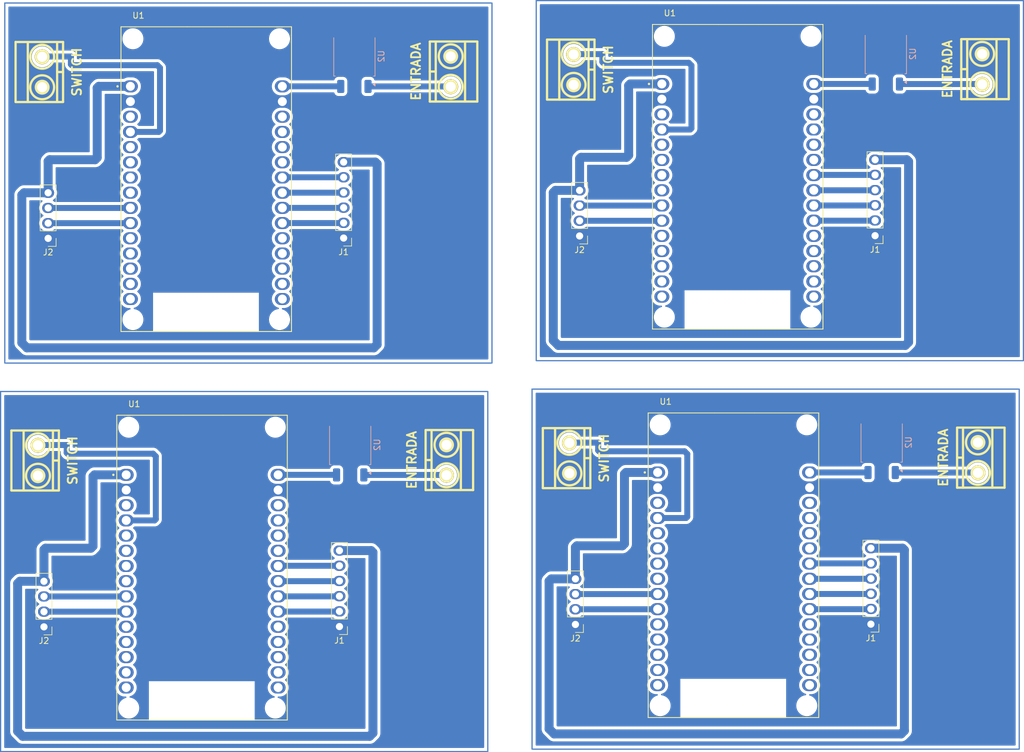
<source format=kicad_pcb>
(kicad_pcb (version 20240108) (generator "pcbnew") (generator_version "8.0")
  (layers (0 "F.Cu" signal) (31 "B.Cu" signal) (34 "B.Paste" user) (35 "F.Paste" user) (36 "B.SilkS" user "B.Silkscreen") (37 "F.SilkS" user "F.Silkscreen") (38 "B.Mask" user) (39 "F.Mask" user) (44 "Edge.Cuts" user))
  (net 0 "")
  (net 1 "IN1")
  (net 2 "IN3")
  (net 3 "IN2")
  (net 4 "IN4")
  (net 5 "GND")
  (net 6 "DT")
  (net 7 "SCK")
  (net 8 "3,3V")
  (net 9 "+9V")
  (net 10 "SW")
  (net 16 "VIN")
  (footprint "ESP32-DEVKIT-V1:MODULE_ESP32_DEVKIT_V1" (layer "F.Cu") (at 62.85 50.45)
    (property "Reference" "U1" (at -11.355 -27.36 0) (layer "F.SilkS"))
    (property "Value" "ESP32-DEVKIT-V1")
    (pad "" np_thru_hole circle (at -12.28 -23.475) (size 3 3) (drill 3) (layers "F&B.Cu" "*.Mask"))
    (pad "" np_thru_hole circle (at -12.28 23.475) (size 3 3) (drill 3) (layers "F&B.Cu" "*.Mask"))
    (pad "" np_thru_hole circle (at 12.23 -23.475) (size 3 3) (drill 3) (layers "F&B.Cu" "*.Mask"))
    (pad "" np_thru_hole circle (at 12.23 23.475) (size 3 3) (drill 3) (layers "F&B.Cu" "*.Mask"))
    (pad "1" thru_hole oval (at -12.7 -15.515) (size 2.5 2) (drill 1.5) (layers "*.Cu" "*.Mask") (net 8 "3,3V"))
    (pad "2" thru_hole oval (at -12.7 -12.975) (size 2.5 2) (drill 1.5) (layers "*.Cu" "*.Mask") (net 5 "GND"))
    (pad "3" thru_hole oval (at -12.7 -10.435) (size 2.5 2) (drill 1.5) (layers "*.Cu" "*.Mask"))
    (pad "4" thru_hole oval (at -12.7 -7.895) (size 2.5 2) (drill 1.5) (layers "*.Cu" "*.Mask") (net 10 "SW"))
    (pad "5" thru_hole oval (at -12.7 -5.355) (size 2.5 2) (drill 1.5) (layers "*.Cu" "*.Mask"))
    (pad "6" thru_hole oval (at -12.7 -2.815) (size 2.5 2) (drill 1.5) (layers "*.Cu" "*.Mask"))
    (pad "7" thru_hole oval (at -12.7 -0.275) (size 2.5 2) (drill 1.5) (layers "*.Cu" "*.Mask"))
    (pad "8" thru_hole oval (at -12.7 2.265) (size 2.5 2) (drill 1.5) (layers "*.Cu" "*.Mask"))
    (pad "9" thru_hole oval (at -12.7 4.805) (size 2.5 2) (drill 1.5) (layers "*.Cu" "*.Mask") (net 7 "SCK"))
    (pad "10" thru_hole oval (at -12.7 7.345) (size 2.5 2) (drill 1.5) (layers "*.Cu" "*.Mask") (net 6 "DT"))
    (pad "11" thru_hole oval (at -12.7 9.885) (size 2.5 2) (drill 1.5) (layers "*.Cu" "*.Mask"))
    (pad "12" thru_hole oval (at -12.7 12.425) (size 2.5 2) (drill 1.5) (layers "*.Cu" "*.Mask"))
    (pad "13" thru_hole oval (at -12.7 14.965) (size 2.5 2) (drill 1.5) (layers "*.Cu" "*.Mask"))
    (pad "14" thru_hole oval (at -12.7 17.505) (size 2.5 2) (drill 1.5) (layers "*.Cu" "*.Mask"))
    (pad "15" thru_hole oval (at -12.7 20.045) (size 2.5 2) (drill 1.5) (layers "*.Cu" "*.Mask"))
    (pad "16" thru_hole oval (at 12.7 20.045) (size 2.5 2) (drill 1.5) (layers "*.Cu" "*.Mask"))
    (pad "17" thru_hole oval (at 12.7 17.505) (size 2.5 2) (drill 1.5) (layers "*.Cu" "*.Mask"))
    (pad "18" thru_hole oval (at 12.7 14.965) (size 2.5 2) (drill 1.5) (layers "*.Cu" "*.Mask"))
    (pad "19" thru_hole oval (at 12.7 12.425) (size 2.5 2) (drill 1.5) (layers "*.Cu" "*.Mask"))
    (pad "20" thru_hole oval (at 12.7 9.885) (size 2.5 2) (drill 1.5) (layers "*.Cu" "*.Mask"))
    (pad "21" thru_hole oval (at 12.7 7.345) (size 2.5 2) (drill 1.5) (layers "*.Cu" "*.Mask") (net 1 "IN1"))
    (pad "22" thru_hole oval (at 12.7 4.805) (size 2.5 2) (drill 1.5) (layers "*.Cu" "*.Mask") (net 3 "IN2"))
    (pad "23" thru_hole oval (at 12.7 2.265) (size 2.5 2) (drill 1.5) (layers "*.Cu" "*.Mask") (net 2 "IN3"))
    (pad "24" thru_hole oval (at 12.7 -0.275) (size 2.5 2) (drill 1.5) (layers "*.Cu" "*.Mask") (net 4 "IN4"))
    (pad "25" thru_hole oval (at 12.7 -2.815) (size 2.5 2) (drill 1.5) (layers "*.Cu" "*.Mask"))
    (pad "26" thru_hole oval (at 12.7 -5.355) (size 2.5 2) (drill 1.5) (layers "*.Cu" "*.Mask"))
    (pad "27" thru_hole oval (at 12.7 -7.895) (size 2.5 2) (drill 1.5) (layers "*.Cu" "*.Mask"))
    (pad "28" thru_hole oval (at 12.7 -10.435) (size 2.5 2) (drill 1.5) (layers "*.Cu" "*.Mask"))
    (pad "29" thru_hole oval (at 12.7 -12.975) (size 2.5 2) (drill 1.5) (layers "*.Cu" "*.Mask") (net 5 "GND"))
    (pad "30" thru_hole oval (at 12.7 -15.515) (size 2.5 2) (drill 1.5) (layers "*.Cu" "*.Mask") (net 16 "VIN"))
    (zone (net 0) (net_name "") (layer "B.Cu") (connect_pads (clearance 0)) (min_thickness 0.01)
      (keepout (tracks not_allowed) (vias not_allowed) (pads not_allowed) (copperpour not_allowed) (footprints allowed))
      (fill (thermal_gap 0.508) (thermal_bridge_width 0.508))
      (polygon (pts (xy 53.94 69.435) (xy 71.63 69.435) (xy 71.63 75.925) (xy 53.94 75.925)))
    )
  )
  (footprint "EESTN5:BORNERA2_AZUL" (layer "F.Cu") (at 192.55 32.06 -90)
    (property "Reference" "J3" (hide yes))
    (property "Value" "ENTRADA" (at 0 5.8 90) (layer "F.SilkS") (effects (font (size 1.5 1.5) (thickness 0.3))))
    (pad "1" thru_hole circle (at -2.54 0 270) (size 2.5 2.5) (drill 1.7) (layers "*.Cu" "*.Mask" "F.SilkS") (net 5 "GND"))
    (pad "2" thru_hole circle (at 2.54 0 270) (size 2.5 2.5) (drill 1.7) (layers "*.Cu" "*.Mask" "F.SilkS") (net 9 "+9V"))
  )
  (footprint "Connector_PinHeader_2.54mm:PinHeader_1x04_P2.54mm_Vertical" (layer "F.Cu") (at 124.55 124.9 180)
    (property "Reference" "J2" (at 0 -2.33 180) (layer "F.SilkS"))
    (property "Value" "HX711")
    (pad "1" thru_hole oval (at 0 0 180) (size 2 1.7) (drill 1.2) (layers "*.Cu" "*.Mask") (net 5 "GND"))
    (pad "2" thru_hole oval (at 0 2.54 180) (size 2 1.7) (drill 1.2) (layers "*.Cu" "*.Mask") (net 6 "DT"))
    (pad "3" thru_hole oval (at 0 5.08 180) (size 2 1.7) (drill 1.2) (layers "*.Cu" "*.Mask") (net 7 "SCK"))
    (pad "4" thru_hole oval (at 0 7.62 180) (size 2 1.7) (drill 1.2) (layers "*.Cu" "*.Mask") (net 8 "3,3V"))
  )
  (footprint "Connector_PinHeader_2.54mm:PinHeader_1x04_P2.54mm_Vertical" (layer "F.Cu") (at 35.7 125.3 180)
    (property "Reference" "J2" (at 0 -2.33 180) (layer "F.SilkS"))
    (property "Value" "HX711")
    (pad "1" thru_hole oval (at 0 0 180) (size 2 1.7) (drill 1.2) (layers "*.Cu" "*.Mask") (net 5 "GND"))
    (pad "2" thru_hole oval (at 0 2.54 180) (size 2 1.7) (drill 1.2) (layers "*.Cu" "*.Mask") (net 6 "DT"))
    (pad "3" thru_hole oval (at 0 5.08 180) (size 2 1.7) (drill 1.2) (layers "*.Cu" "*.Mask") (net 7 "SCK"))
    (pad "4" thru_hole oval (at 0 7.62 180) (size 2 1.7) (drill 1.2) (layers "*.Cu" "*.Mask") (net 8 "3,3V"))
  )
  (footprint "ESP32-DEVKIT-V1:MODULE_ESP32_DEVKIT_V1" (layer "F.Cu") (at 62.15 115.4)
    (property "Reference" "U1" (at -11.355 -27.36 0) (layer "F.SilkS"))
    (property "Value" "ESP32-DEVKIT-V1")
    (pad "" np_thru_hole circle (at -12.28 -23.475) (size 3 3) (drill 3) (layers "F&B.Cu" "*.Mask"))
    (pad "" np_thru_hole circle (at -12.28 23.475) (size 3 3) (drill 3) (layers "F&B.Cu" "*.Mask"))
    (pad "" np_thru_hole circle (at 12.23 -23.475) (size 3 3) (drill 3) (layers "F&B.Cu" "*.Mask"))
    (pad "" np_thru_hole circle (at 12.23 23.475) (size 3 3) (drill 3) (layers "F&B.Cu" "*.Mask"))
    (pad "1" thru_hole oval (at -12.7 -15.515) (size 2.5 2) (drill 1.5) (layers "*.Cu" "*.Mask") (net 8 "3,3V"))
    (pad "2" thru_hole oval (at -12.7 -12.975) (size 2.5 2) (drill 1.5) (layers "*.Cu" "*.Mask") (net 5 "GND"))
    (pad "3" thru_hole oval (at -12.7 -10.435) (size 2.5 2) (drill 1.5) (layers "*.Cu" "*.Mask"))
    (pad "4" thru_hole oval (at -12.7 -7.895) (size 2.5 2) (drill 1.5) (layers "*.Cu" "*.Mask") (net 10 "SW"))
    (pad "5" thru_hole oval (at -12.7 -5.355) (size 2.5 2) (drill 1.5) (layers "*.Cu" "*.Mask"))
    (pad "6" thru_hole oval (at -12.7 -2.815) (size 2.5 2) (drill 1.5) (layers "*.Cu" "*.Mask"))
    (pad "7" thru_hole oval (at -12.7 -0.275) (size 2.5 2) (drill 1.5) (layers "*.Cu" "*.Mask"))
    (pad "8" thru_hole oval (at -12.7 2.265) (size 2.5 2) (drill 1.5) (layers "*.Cu" "*.Mask"))
    (pad "9" thru_hole oval (at -12.7 4.805) (size 2.5 2) (drill 1.5) (layers "*.Cu" "*.Mask") (net 7 "SCK"))
    (pad "10" thru_hole oval (at -12.7 7.345) (size 2.5 2) (drill 1.5) (layers "*.Cu" "*.Mask") (net 6 "DT"))
    (pad "11" thru_hole oval (at -12.7 9.885) (size 2.5 2) (drill 1.5) (layers "*.Cu" "*.Mask"))
    (pad "12" thru_hole oval (at -12.7 12.425) (size 2.5 2) (drill 1.5) (layers "*.Cu" "*.Mask"))
    (pad "13" thru_hole oval (at -12.7 14.965) (size 2.5 2) (drill 1.5) (layers "*.Cu" "*.Mask"))
    (pad "14" thru_hole oval (at -12.7 17.505) (size 2.5 2) (drill 1.5) (layers "*.Cu" "*.Mask"))
    (pad "15" thru_hole oval (at -12.7 20.045) (size 2.5 2) (drill 1.5) (layers "*.Cu" "*.Mask"))
    (pad "16" thru_hole oval (at 12.7 20.045) (size 2.5 2) (drill 1.5) (layers "*.Cu" "*.Mask"))
    (pad "17" thru_hole oval (at 12.7 17.505) (size 2.5 2) (drill 1.5) (layers "*.Cu" "*.Mask"))
    (pad "18" thru_hole oval (at 12.7 14.965) (size 2.5 2) (drill 1.5) (layers "*.Cu" "*.Mask"))
    (pad "19" thru_hole oval (at 12.7 12.425) (size 2.5 2) (drill 1.5) (layers "*.Cu" "*.Mask"))
    (pad "20" thru_hole oval (at 12.7 9.885) (size 2.5 2) (drill 1.5) (layers "*.Cu" "*.Mask"))
    (pad "21" thru_hole oval (at 12.7 7.345) (size 2.5 2) (drill 1.5) (layers "*.Cu" "*.Mask") (net 1 "IN1"))
    (pad "22" thru_hole oval (at 12.7 4.805) (size 2.5 2) (drill 1.5) (layers "*.Cu" "*.Mask") (net 3 "IN2"))
    (pad "23" thru_hole oval (at 12.7 2.265) (size 2.5 2) (drill 1.5) (layers "*.Cu" "*.Mask") (net 2 "IN3"))
    (pad "24" thru_hole oval (at 12.7 -0.275) (size 2.5 2) (drill 1.5) (layers "*.Cu" "*.Mask") (net 4 "IN4"))
    (pad "25" thru_hole oval (at 12.7 -2.815) (size 2.5 2) (drill 1.5) (layers "*.Cu" "*.Mask"))
    (pad "26" thru_hole oval (at 12.7 -5.355) (size 2.5 2) (drill 1.5) (layers "*.Cu" "*.Mask"))
    (pad "27" thru_hole oval (at 12.7 -7.895) (size 2.5 2) (drill 1.5) (layers "*.Cu" "*.Mask"))
    (pad "28" thru_hole oval (at 12.7 -10.435) (size 2.5 2) (drill 1.5) (layers "*.Cu" "*.Mask"))
    (pad "29" thru_hole oval (at 12.7 -12.975) (size 2.5 2) (drill 1.5) (layers "*.Cu" "*.Mask") (net 5 "GND"))
    (pad "30" thru_hole oval (at 12.7 -15.515) (size 2.5 2) (drill 1.5) (layers "*.Cu" "*.Mask") (net 16 "VIN"))
    (zone (net 0) (net_name "") (layer "B.Cu") (connect_pads (clearance 0)) (min_thickness 0.01)
      (keepout (tracks not_allowed) (vias not_allowed) (pads not_allowed) (copperpour not_allowed) (footprints allowed))
      (fill (thermal_gap 0.508) (thermal_bridge_width 0.508))
      (polygon (pts (xy 53.24 134.385) (xy 70.93 134.385) (xy 70.93 140.875) (xy 53.24 140.875)))
    )
  )
  (footprint "ESP32-DEVKIT-V1:MODULE_ESP32_DEVKIT_V1" (layer "F.Cu") (at 151.7 50.05)
    (property "Reference" "U1" (at -11.355 -27.36 0) (layer "F.SilkS"))
    (property "Value" "ESP32-DEVKIT-V1")
    (pad "" np_thru_hole circle (at -12.28 -23.475) (size 3 3) (drill 3) (layers "F&B.Cu" "*.Mask"))
    (pad "" np_thru_hole circle (at -12.28 23.475) (size 3 3) (drill 3) (layers "F&B.Cu" "*.Mask"))
    (pad "" np_thru_hole circle (at 12.23 -23.475) (size 3 3) (drill 3) (layers "F&B.Cu" "*.Mask"))
    (pad "" np_thru_hole circle (at 12.23 23.475) (size 3 3) (drill 3) (layers "F&B.Cu" "*.Mask"))
    (pad "1" thru_hole oval (at -12.7 -15.515) (size 2.5 2) (drill 1.5) (layers "*.Cu" "*.Mask") (net 8 "3,3V"))
    (pad "2" thru_hole oval (at -12.7 -12.975) (size 2.5 2) (drill 1.5) (layers "*.Cu" "*.Mask") (net 5 "GND"))
    (pad "3" thru_hole oval (at -12.7 -10.435) (size 2.5 2) (drill 1.5) (layers "*.Cu" "*.Mask"))
    (pad "4" thru_hole oval (at -12.7 -7.895) (size 2.5 2) (drill 1.5) (layers "*.Cu" "*.Mask") (net 10 "SW"))
    (pad "5" thru_hole oval (at -12.7 -5.355) (size 2.5 2) (drill 1.5) (layers "*.Cu" "*.Mask"))
    (pad "6" thru_hole oval (at -12.7 -2.815) (size 2.5 2) (drill 1.5) (layers "*.Cu" "*.Mask"))
    (pad "7" thru_hole oval (at -12.7 -0.275) (size 2.5 2) (drill 1.5) (layers "*.Cu" "*.Mask"))
    (pad "8" thru_hole oval (at -12.7 2.265) (size 2.5 2) (drill 1.5) (layers "*.Cu" "*.Mask"))
    (pad "9" thru_hole oval (at -12.7 4.805) (size 2.5 2) (drill 1.5) (layers "*.Cu" "*.Mask") (net 7 "SCK"))
    (pad "10" thru_hole oval (at -12.7 7.345) (size 2.5 2) (drill 1.5) (layers "*.Cu" "*.Mask") (net 6 "DT"))
    (pad "11" thru_hole oval (at -12.7 9.885) (size 2.5 2) (drill 1.5) (layers "*.Cu" "*.Mask"))
    (pad "12" thru_hole oval (at -12.7 12.425) (size 2.5 2) (drill 1.5) (layers "*.Cu" "*.Mask"))
    (pad "13" thru_hole oval (at -12.7 14.965) (size 2.5 2) (drill 1.5) (layers "*.Cu" "*.Mask"))
    (pad "14" thru_hole oval (at -12.7 17.505) (size 2.5 2) (drill 1.5) (layers "*.Cu" "*.Mask"))
    (pad "15" thru_hole oval (at -12.7 20.045) (size 2.5 2) (drill 1.5) (layers "*.Cu" "*.Mask"))
    (pad "16" thru_hole oval (at 12.7 20.045) (size 2.5 2) (drill 1.5) (layers "*.Cu" "*.Mask"))
    (pad "17" thru_hole oval (at 12.7 17.505) (size 2.5 2) (drill 1.5) (layers "*.Cu" "*.Mask"))
    (pad "18" thru_hole oval (at 12.7 14.965) (size 2.5 2) (drill 1.5) (layers "*.Cu" "*.Mask"))
    (pad "19" thru_hole oval (at 12.7 12.425) (size 2.5 2) (drill 1.5) (layers "*.Cu" "*.Mask"))
    (pad "20" thru_hole oval (at 12.7 9.885) (size 2.5 2) (drill 1.5) (layers "*.Cu" "*.Mask"))
    (pad "21" thru_hole oval (at 12.7 7.345) (size 2.5 2) (drill 1.5) (layers "*.Cu" "*.Mask") (net 1 "IN1"))
    (pad "22" thru_hole oval (at 12.7 4.805) (size 2.5 2) (drill 1.5) (layers "*.Cu" "*.Mask") (net 3 "IN2"))
    (pad "23" thru_hole oval (at 12.7 2.265) (size 2.5 2) (drill 1.5) (layers "*.Cu" "*.Mask") (net 2 "IN3"))
    (pad "24" thru_hole oval (at 12.7 -0.275) (size 2.5 2) (drill 1.5) (layers "*.Cu" "*.Mask") (net 4 "IN4"))
    (pad "25" thru_hole oval (at 12.7 -2.815) (size 2.5 2) (drill 1.5) (layers "*.Cu" "*.Mask"))
    (pad "26" thru_hole oval (at 12.7 -5.355) (size 2.5 2) (drill 1.5) (layers "*.Cu" "*.Mask"))
    (pad "27" thru_hole oval (at 12.7 -7.895) (size 2.5 2) (drill 1.5) (layers "*.Cu" "*.Mask"))
    (pad "28" thru_hole oval (at 12.7 -10.435) (size 2.5 2) (drill 1.5) (layers "*.Cu" "*.Mask"))
    (pad "29" thru_hole oval (at 12.7 -12.975) (size 2.5 2) (drill 1.5) (layers "*.Cu" "*.Mask") (net 5 "GND"))
    (pad "30" thru_hole oval (at 12.7 -15.515) (size 2.5 2) (drill 1.5) (layers "*.Cu" "*.Mask") (net 16 "VIN"))
    (zone (net 0) (net_name "") (layer "B.Cu") (connect_pads (clearance 0)) (min_thickness 0.01)
      (keepout (tracks not_allowed) (vias not_allowed) (pads not_allowed) (copperpour not_allowed) (footprints allowed))
      (fill (thermal_gap 0.508) (thermal_bridge_width 0.508))
      (polygon (pts (xy 142.79 69.035) (xy 160.48 69.035) (xy 160.48 75.525) (xy 142.79 75.525)))
    )
  )
  (footprint "Connector_PinHeader_2.54mm:PinHeader_1x06_P2.54mm_Vertical" (layer "F.Cu") (at 173.95 124.85 180)
    (property "Reference" "J1" (at 0 -2.33 180) (layer "F.SilkS"))
    (property "Value" "L298N")
    (pad "1" thru_hole oval (at 0 0 180) (size 2 1.7) (drill 1.2) (layers "*.Cu" "*.Mask") (net 5 "GND"))
    (pad "2" thru_hole oval (at 0 2.54 180) (size 2 1.7) (drill 1.2) (layers "*.Cu" "*.Mask") (net 1 "IN1"))
    (pad "3" thru_hole oval (at 0 5.08 180) (size 2 1.7) (drill 1.2) (layers "*.Cu" "*.Mask") (net 3 "IN2"))
    (pad "4" thru_hole oval (at 0 7.62 180) (size 2 1.7) (drill 1.2) (layers "*.Cu" "*.Mask") (net 2 "IN3"))
    (pad "5" thru_hole oval (at 0 10.16 180) (size 2 1.7) (drill 1.2) (layers "*.Cu" "*.Mask") (net 4 "IN4"))
    (pad "6" thru_hole oval (at 0 12.7 180) (size 2 1.7) (drill 1.2) (layers "*.Cu" "*.Mask") (net 8 "3,3V"))
  )
  (footprint "EESTN5:BORNERA2_AZUL" (layer "F.Cu") (at 103 97.41 -90)
    (property "Reference" "J3" (hide yes))
    (property "Value" "ENTRADA" (at 0 5.8 90) (layer "F.SilkS") (effects (font (size 1.5 1.5) (thickness 0.3))))
    (pad "1" thru_hole circle (at -2.54 0 270) (size 2.5 2.5) (drill 1.7) (layers "*.Cu" "*.Mask" "F.SilkS") (net 5 "GND"))
    (pad "2" thru_hole circle (at 2.54 0 270) (size 2.5 2.5) (drill 1.7) (layers "*.Cu" "*.Mask" "F.SilkS") (net 9 "+9V"))
  )
  (footprint "EESTN5:BORNERA2_AZUL" (layer "F.Cu") (at 123.55 97.09 90)
    (property "Reference" "J4" (hide yes))
    (property "Value" "SWITCH" (at 0 5.8 -90) (layer "F.SilkS") (effects (font (size 1.5 1.5) (thickness 0.3))))
    (pad "1" thru_hole circle (at -2.54 0 90) (size 2.5 2.5) (drill 1.7) (layers "*.Cu" "*.Mask" "F.SilkS") (net 5 "GND"))
    (pad "2" thru_hole circle (at 2.54 0 90) (size 2.5 2.5) (drill 1.7) (layers "*.Cu" "*.Mask" "F.SilkS") (net 10 "SW"))
  )
  (footprint "EESTN5:BORNERA2_AZUL" (layer "F.Cu") (at 191.85 97.01 -90)
    (property "Reference" "J3" (hide yes))
    (property "Value" "ENTRADA" (at 0 5.8 90) (layer "F.SilkS") (effects (font (size 1.5 1.5) (thickness 0.3))))
    (pad "1" thru_hole circle (at -2.54 0 270) (size 2.5 2.5) (drill 1.7) (layers "*.Cu" "*.Mask" "F.SilkS") (net 5 "GND"))
    (pad "2" thru_hole circle (at 2.54 0 270) (size 2.5 2.5) (drill 1.7) (layers "*.Cu" "*.Mask" "F.SilkS") (net 9 "+9V"))
  )
  (footprint "EESTN5:BORNERA2_AZUL" (layer "F.Cu") (at 34.7 97.49 90)
    (property "Reference" "J4" (hide yes))
    (property "Value" "SWITCH" (at 0 5.8 -90) (layer "F.SilkS") (effects (font (size 1.5 1.5) (thickness 0.3))))
    (pad "1" thru_hole circle (at -2.54 0 90) (size 2.5 2.5) (drill 1.7) (layers "*.Cu" "*.Mask" "F.SilkS") (net 5 "GND"))
    (pad "2" thru_hole circle (at 2.54 0 90) (size 2.5 2.5) (drill 1.7) (layers "*.Cu" "*.Mask" "F.SilkS") (net 10 "SW"))
  )
  (footprint "Connector_PinHeader_2.54mm:PinHeader_1x06_P2.54mm_Vertical" (layer "F.Cu") (at 85.1 125.25 180)
    (property "Reference" "J1" (at 0 -2.33 180) (layer "F.SilkS"))
    (property "Value" "L298N")
    (pad "1" thru_hole oval (at 0 0 180) (size 2 1.7) (drill 1.2) (layers "*.Cu" "*.Mask") (net 5 "GND"))
    (pad "2" thru_hole oval (at 0 2.54 180) (size 2 1.7) (drill 1.2) (layers "*.Cu" "*.Mask") (net 1 "IN1"))
    (pad "3" thru_hole oval (at 0 5.08 180) (size 2 1.7) (drill 1.2) (layers "*.Cu" "*.Mask") (net 3 "IN2"))
    (pad "4" thru_hole oval (at 0 7.62 180) (size 2 1.7) (drill 1.2) (layers "*.Cu" "*.Mask") (net 2 "IN3"))
    (pad "5" thru_hole oval (at 0 10.16 180) (size 2 1.7) (drill 1.2) (layers "*.Cu" "*.Mask") (net 4 "IN4"))
    (pad "6" thru_hole oval (at 0 12.7 180) (size 2 1.7) (drill 1.2) (layers "*.Cu" "*.Mask") (net 8 "3,3V"))
  )
  (footprint "ESP32-DEVKIT-V1:MODULE_ESP32_DEVKIT_V1" (layer "F.Cu") (at 151 115)
    (property "Reference" "U1" (at -11.355 -27.36 0) (layer "F.SilkS"))
    (property "Value" "ESP32-DEVKIT-V1")
    (pad "" np_thru_hole circle (at -12.28 -23.475) (size 3 3) (drill 3) (layers "F&B.Cu" "*.Mask"))
    (pad "" np_thru_hole circle (at -12.28 23.475) (size 3 3) (drill 3) (layers "F&B.Cu" "*.Mask"))
    (pad "" np_thru_hole circle (at 12.23 -23.475) (size 3 3) (drill 3) (layers "F&B.Cu" "*.Mask"))
    (pad "" np_thru_hole circle (at 12.23 23.475) (size 3 3) (drill 3) (layers "F&B.Cu" "*.Mask"))
    (pad "1" thru_hole oval (at -12.7 -15.515) (size 2.5 2) (drill 1.5) (layers "*.Cu" "*.Mask") (net 8 "3,3V"))
    (pad "2" thru_hole oval (at -12.7 -12.975) (size 2.5 2) (drill 1.5) (layers "*.Cu" "*.Mask") (net 5 "GND"))
    (pad "3" thru_hole oval (at -12.7 -10.435) (size 2.5 2) (drill 1.5) (layers "*.Cu" "*.Mask"))
    (pad "4" thru_hole oval (at -12.7 -7.895) (size 2.5 2) (drill 1.5) (layers "*.Cu" "*.Mask") (net 10 "SW"))
    (pad "5" thru_hole oval (at -12.7 -5.355) (size 2.5 2) (drill 1.5) (layers "*.Cu" "*.Mask"))
    (pad "6" thru_hole oval (at -12.7 -2.815) (size 2.5 2) (drill 1.5) (layers "*.Cu" "*.Mask"))
    (pad "7" thru_hole oval (at -12.7 -0.275) (size 2.5 2) (drill 1.5) (layers "*.Cu" "*.Mask"))
    (pad "8" thru_hole oval (at -12.7 2.265) (size 2.5 2) (drill 1.5) (layers "*.Cu" "*.Mask"))
    (pad "9" thru_hole oval (at -12.7 4.805) (size 2.5 2) (drill 1.5) (layers "*.Cu" "*.Mask") (net 7 "SCK"))
    (pad "10" thru_hole oval (at -12.7 7.345) (size 2.5 2) (drill 1.5) (layers "*.Cu" "*.Mask") (net 6 "DT"))
    (pad "11" thru_hole oval (at -12.7 9.885) (size 2.5 2) (drill 1.5) (layers "*.Cu" "*.Mask"))
    (pad "12" thru_hole oval (at -12.7 12.425) (size 2.5 2) (drill 1.5) (layers "*.Cu" "*.Mask"))
    (pad "13" thru_hole oval (at -12.7 14.965) (size 2.5 2) (drill 1.5) (layers "*.Cu" "*.Mask"))
    (pad "14" thru_hole oval (at -12.7 17.505) (size 2.5 2) (drill 1.5) (layers "*.Cu" "*.Mask"))
    (pad "15" thru_hole oval (at -12.7 20.045) (size 2.5 2) (drill 1.5) (layers "*.Cu" "*.Mask"))
    (pad "16" thru_hole oval (at 12.7 20.045) (size 2.5 2) (drill 1.5) (layers "*.Cu" "*.Mask"))
    (pad "17" thru_hole oval (at 12.7 17.505) (size 2.5 2) (drill 1.5) (layers "*.Cu" "*.Mask"))
    (pad "18" thru_hole oval (at 12.7 14.965) (size 2.5 2) (drill 1.5) (layers "*.Cu" "*.Mask"))
    (pad "19" thru_hole oval (at 12.7 12.425) (size 2.5 2) (drill 1.5) (layers "*.Cu" "*.Mask"))
    (pad "20" thru_hole oval (at 12.7 9.885) (size 2.5 2) (drill 1.5) (layers "*.Cu" "*.Mask"))
    (pad "21" thru_hole oval (at 12.7 7.345) (size 2.5 2) (drill 1.5) (layers "*.Cu" "*.Mask") (net 1 "IN1"))
    (pad "22" thru_hole oval (at 12.7 4.805) (size 2.5 2) (drill 1.5) (layers "*.Cu" "*.Mask") (net 3 "IN2"))
    (pad "23" thru_hole oval (at 12.7 2.265) (size 2.5 2) (drill 1.5) (layers "*.Cu" "*.Mask") (net 2 "IN3"))
    (pad "24" thru_hole oval (at 12.7 -0.275) (size 2.5 2) (drill 1.5) (layers "*.Cu" "*.Mask") (net 4 "IN4"))
    (pad "25" thru_hole oval (at 12.7 -2.815) (size 2.5 2) (drill 1.5) (layers "*.Cu" "*.Mask"))
    (pad "26" thru_hole oval (at 12.7 -5.355) (size 2.5 2) (drill 1.5) (layers "*.Cu" "*.Mask"))
    (pad "27" thru_hole oval (at 12.7 -7.895) (size 2.5 2) (drill 1.5) (layers "*.Cu" "*.Mask"))
    (pad "28" thru_hole oval (at 12.7 -10.435) (size 2.5 2) (drill 1.5) (layers "*.Cu" "*.Mask"))
    (pad "29" thru_hole oval (at 12.7 -12.975) (size 2.5 2) (drill 1.5) (layers "*.Cu" "*.Mask") (net 5 "GND"))
    (pad "30" thru_hole oval (at 12.7 -15.515) (size 2.5 2) (drill 1.5) (layers "*.Cu" "*.Mask") (net 16 "VIN"))
    (zone (net 0) (net_name "") (layer "B.Cu") (connect_pads (clearance 0)) (min_thickness 0.01)
      (keepout (tracks not_allowed) (vias not_allowed) (pads not_allowed) (copperpour not_allowed) (footprints allowed))
      (fill (thermal_gap 0.508) (thermal_bridge_width 0.508))
      (polygon (pts (xy 142.09 133.985) (xy 159.78 133.985) (xy 159.78 140.475) (xy 142.09 140.475)))
    )
  )
  (footprint "EESTN5:BORNERA2_AZUL" (layer "F.Cu") (at 124.25 32.14 90)
    (property "Reference" "J4" (hide yes))
    (property "Value" "SWITCH" (at 0 5.8 -90) (layer "F.SilkS") (effects (font (size 1.5 1.5) (thickness 0.3))))
    (pad "1" thru_hole circle (at -2.54 0 90) (size 2.5 2.5) (drill 1.7) (layers "*.Cu" "*.Mask" "F.SilkS") (net 5 "GND"))
    (pad "2" thru_hole circle (at 2.54 0 90) (size 2.5 2.5) (drill 1.7) (layers "*.Cu" "*.Mask" "F.SilkS") (net 10 "SW"))
  )
  (footprint "EESTN5:BORNERA2_AZUL" (layer "F.Cu") (at 103.7 32.46 -90)
    (property "Reference" "J3" (hide yes))
    (property "Value" "ENTRADA" (at 0 5.8 90) (layer "F.SilkS") (effects (font (size 1.5 1.5) (thickness 0.3))))
    (pad "1" thru_hole circle (at -2.54 0 270) (size 2.5 2.5) (drill 1.7) (layers "*.Cu" "*.Mask" "F.SilkS") (net 5 "GND"))
    (pad "2" thru_hole circle (at 2.54 0 270) (size 2.5 2.5) (drill 1.7) (layers "*.Cu" "*.Mask" "F.SilkS") (net 9 "+9V"))
  )
  (footprint "Connector_PinHeader_2.54mm:PinHeader_1x04_P2.54mm_Vertical" (layer "F.Cu") (at 125.25 59.95 180)
    (property "Reference" "J2" (at 0 -2.33 180) (layer "F.SilkS"))
    (property "Value" "HX711")
    (pad "1" thru_hole oval (at 0 0 180) (size 2 1.7) (drill 1.2) (layers "*.Cu" "*.Mask") (net 5 "GND"))
    (pad "2" thru_hole oval (at 0 2.54 180) (size 2 1.7) (drill 1.2) (layers "*.Cu" "*.Mask") (net 6 "DT"))
    (pad "3" thru_hole oval (at 0 5.08 180) (size 2 1.7) (drill 1.2) (layers "*.Cu" "*.Mask") (net 7 "SCK"))
    (pad "4" thru_hole oval (at 0 7.62 180) (size 2 1.7) (drill 1.2) (layers "*.Cu" "*.Mask") (net 8 "3,3V"))
  )
  (footprint "Connector_PinHeader_2.54mm:PinHeader_1x04_P2.54mm_Vertical" (layer "F.Cu") (at 36.4 60.35 180)
    (property "Reference" "J2" (at 0 -2.33 180) (layer "F.SilkS"))
    (property "Value" "HX711")
    (pad "1" thru_hole oval (at 0 0 180) (size 2 1.7) (drill 1.2) (layers "*.Cu" "*.Mask") (net 5 "GND"))
    (pad "2" thru_hole oval (at 0 2.54 180) (size 2 1.7) (drill 1.2) (layers "*.Cu" "*.Mask") (net 6 "DT"))
    (pad "3" thru_hole oval (at 0 5.08 180) (size 2 1.7) (drill 1.2) (layers "*.Cu" "*.Mask") (net 7 "SCK"))
    (pad "4" thru_hole oval (at 0 7.62 180) (size 2 1.7) (drill 1.2) (layers "*.Cu" "*.Mask") (net 8 "3,3V"))
  )
  (footprint "EESTN5:BORNERA2_AZUL" (layer "F.Cu") (at 35.4 32.54 90)
    (property "Reference" "J4" (hide yes))
    (property "Value" "SWITCH" (at 0 5.8 -90) (layer "F.SilkS") (effects (font (size 1.5 1.5) (thickness 0.3))))
    (pad "1" thru_hole circle (at -2.54 0 90) (size 2.5 2.5) (drill 1.7) (layers "*.Cu" "*.Mask" "F.SilkS") (net 5 "GND"))
    (pad "2" thru_hole circle (at 2.54 0 90) (size 2.5 2.5) (drill 1.7) (layers "*.Cu" "*.Mask" "F.SilkS") (net 10 "SW"))
  )
  (footprint "Connector_PinHeader_2.54mm:PinHeader_1x06_P2.54mm_Vertical" (layer "F.Cu") (at 174.65 59.9 180)
    (property "Reference" "J1" (at 0 -2.33 180) (layer "F.SilkS"))
    (property "Value" "L298N")
    (pad "1" thru_hole oval (at 0 0 180) (size 2 1.7) (drill 1.2) (layers "*.Cu" "*.Mask") (net 5 "GND"))
    (pad "2" thru_hole oval (at 0 2.54 180) (size 2 1.7) (drill 1.2) (layers "*.Cu" "*.Mask") (net 1 "IN1"))
    (pad "3" thru_hole oval (at 0 5.08 180) (size 2 1.7) (drill 1.2) (layers "*.Cu" "*.Mask") (net 3 "IN2"))
    (pad "4" thru_hole oval (at 0 7.62 180) (size 2 1.7) (drill 1.2) (layers "*.Cu" "*.Mask") (net 2 "IN3"))
    (pad "5" thru_hole oval (at 0 10.16 180) (size 2 1.7) (drill 1.2) (layers "*.Cu" "*.Mask") (net 4 "IN4"))
    (pad "6" thru_hole oval (at 0 12.7 180) (size 2 1.7) (drill 1.2) (layers "*.Cu" "*.Mask") (net 8 "3,3V"))
  )
  (footprint "Connector_PinHeader_2.54mm:PinHeader_1x06_P2.54mm_Vertical" (layer "F.Cu") (at 85.8 60.3 180)
    (property "Reference" "J1" (at 0 -2.33 180) (layer "F.SilkS"))
    (property "Value" "L298N")
    (pad "1" thru_hole oval (at 0 0 180) (size 2 1.7) (drill 1.2) (layers "*.Cu" "*.Mask") (net 5 "GND"))
    (pad "2" thru_hole oval (at 0 2.54 180) (size 2 1.7) (drill 1.2) (layers "*.Cu" "*.Mask") (net 1 "IN1"))
    (pad "3" thru_hole oval (at 0 5.08 180) (size 2 1.7) (drill 1.2) (layers "*.Cu" "*.Mask") (net 3 "IN2"))
    (pad "4" thru_hole oval (at 0 7.62 180) (size 2 1.7) (drill 1.2) (layers "*.Cu" "*.Mask") (net 2 "IN3"))
    (pad "5" thru_hole oval (at 0 10.16 180) (size 2 1.7) (drill 1.2) (layers "*.Cu" "*.Mask") (net 4 "IN4"))
    (pad "6" thru_hole oval (at 0 12.7 180) (size 2 1.7) (drill 1.2) (layers "*.Cu" "*.Mask") (net 8 "3,3V"))
  )
  (footprint "Package_TO_SOT_SMD:TO-252-2" (layer "B.Cu") (at 176.4475 29.51 90)
    (property "Reference" "U2" (at 0 4.5 -90) (layer "B.SilkS") (effects (justify mirror)))
    (property "Value" "78M05")
    (pad "1" smd roundrect (at -5.04 2.28 90) (size 2.2 1.2) (layers "B.Cu" "B.Paste" "B.Mask") (roundrect_rratio 0.208333) (net 9 "+9V"))
    (pad "2" smd roundrect (at -0.415 -1.525 90) (size 3.05 2.75) (layers "B.Cu" "B.Paste") (roundrect_rratio 0.090909) (net 5 "GND"))
    (pad "2" smd roundrect (at -0.415 1.525 90) (size 3.05 2.75) (layers "B.Cu" "B.Paste") (roundrect_rratio 0.090909) (net 5 "GND"))
    (pad "2" smd roundrect (at 1.26 0 90) (size 6.4 5.8) (layers "B.Cu" "B.Mask") (roundrect_rratio 0.043103) (net 5 "GND"))
    (pad "2" smd roundrect (at 2.935 -1.525 90) (size 3.05 2.75) (layers "B.Cu" "B.Paste") (roundrect_rratio 0.090909) (net 5 "GND"))
    (pad "2" smd roundrect (at 2.935 1.525 90) (size 3.05 2.75) (layers "B.Cu" "B.Paste") (roundrect_rratio 0.090909) (net 5 "GND"))
    (pad "3" smd roundrect (at -5.04 -2.28 90) (size 2.2 1.2) (layers "B.Cu" "B.Paste" "B.Mask") (roundrect_rratio 0.208333) (net 16 "VIN"))
  )
  (footprint "Package_TO_SOT_SMD:TO-252-2" (layer "B.Cu") (at 175.7475 94.46 90)
    (property "Reference" "U2" (at 0 4.5 -90) (layer "B.SilkS") (effects (justify mirror)))
    (property "Value" "78M05")
    (pad "1" smd roundrect (at -5.04 2.28 90) (size 2.2 1.2) (layers "B.Cu" "B.Paste" "B.Mask") (roundrect_rratio 0.208333) (net 9 "+9V"))
    (pad "2" smd roundrect (at -0.415 -1.525 90) (size 3.05 2.75) (layers "B.Cu" "B.Paste") (roundrect_rratio 0.090909) (net 5 "GND"))
    (pad "2" smd roundrect (at -0.415 1.525 90) (size 3.05 2.75) (layers "B.Cu" "B.Paste") (roundrect_rratio 0.090909) (net 5 "GND"))
    (pad "2" smd roundrect (at 1.26 0 90) (size 6.4 5.8) (layers "B.Cu" "B.Mask") (roundrect_rratio 0.043103) (net 5 "GND"))
    (pad "2" smd roundrect (at 2.935 -1.525 90) (size 3.05 2.75) (layers "B.Cu" "B.Paste") (roundrect_rratio 0.090909) (net 5 "GND"))
    (pad "2" smd roundrect (at 2.935 1.525 90) (size 3.05 2.75) (layers "B.Cu" "B.Paste") (roundrect_rratio 0.090909) (net 5 "GND"))
    (pad "3" smd roundrect (at -5.04 -2.28 90) (size 2.2 1.2) (layers "B.Cu" "B.Paste" "B.Mask") (roundrect_rratio 0.208333) (net 16 "VIN"))
  )
  (footprint "Package_TO_SOT_SMD:TO-252-2" (layer "B.Cu") (at 87.5975 29.91 90)
    (property "Reference" "U2" (at 0 4.5 -90) (layer "B.SilkS") (effects (justify mirror)))
    (property "Value" "78M05")
    (pad "1" smd roundrect (at -5.04 2.28 90) (size 2.2 1.2) (layers "B.Cu" "B.Paste" "B.Mask") (roundrect_rratio 0.208333) (net 9 "+9V"))
    (pad "2" smd roundrect (at -0.415 -1.525 90) (size 3.05 2.75) (layers "B.Cu" "B.Paste") (roundrect_rratio 0.090909) (net 5 "GND"))
    (pad "2" smd roundrect (at -0.415 1.525 90) (size 3.05 2.75) (layers "B.Cu" "B.Paste") (roundrect_rratio 0.090909) (net 5 "GND"))
    (pad "2" smd roundrect (at 1.26 0 90) (size 6.4 5.8) (layers "B.Cu" "B.Mask") (roundrect_rratio 0.043103) (net 5 "GND"))
    (pad "2" smd roundrect (at 2.935 -1.525 90) (size 3.05 2.75) (layers "B.Cu" "B.Paste") (roundrect_rratio 0.090909) (net 5 "GND"))
    (pad "2" smd roundrect (at 2.935 1.525 90) (size 3.05 2.75) (layers "B.Cu" "B.Paste") (roundrect_rratio 0.090909) (net 5 "GND"))
    (pad "3" smd roundrect (at -5.04 -2.28 90) (size 2.2 1.2) (layers "B.Cu" "B.Paste" "B.Mask") (roundrect_rratio 0.208333) (net 16 "VIN"))
  )
  (footprint "Package_TO_SOT_SMD:TO-252-2" (layer "B.Cu") (at 86.8975 94.86 90)
    (property "Reference" "U2" (at 0 4.5 -90) (layer "B.SilkS") (effects (justify mirror)))
    (property "Value" "78M05")
    (pad "1" smd roundrect (at -5.04 2.28 90) (size 2.2 1.2) (layers "B.Cu" "B.Paste" "B.Mask") (roundrect_rratio 0.208333) (net 9 "+9V"))
    (pad "2" smd roundrect (at -0.415 -1.525 90) (size 3.05 2.75) (layers "B.Cu" "B.Paste") (roundrect_rratio 0.090909) (net 5 "GND"))
    (pad "2" smd roundrect (at -0.415 1.525 90) (size 3.05 2.75) (layers "B.Cu" "B.Paste") (roundrect_rratio 0.090909) (net 5 "GND"))
    (pad "2" smd roundrect (at 1.26 0 90) (size 6.4 5.8) (layers "B.Cu" "B.Mask") (roundrect_rratio 0.043103) (net 5 "GND"))
    (pad "2" smd roundrect (at 2.935 -1.525 90) (size 3.05 2.75) (layers "B.Cu" "B.Paste") (roundrect_rratio 0.090909) (net 5 "GND"))
    (pad "2" smd roundrect (at 2.935 1.525 90) (size 3.05 2.75) (layers "B.Cu" "B.Paste") (roundrect_rratio 0.090909) (net 5 "GND"))
    (pad "3" smd roundrect (at -5.04 -2.28 90) (size 2.2 1.2) (layers "B.Cu" "B.Paste" "B.Mask") (roundrect_rratio 0.208333) (net 16 "VIN"))
  )
  (gr_rect (start 29.15 21) (end 110.6 81.2) (stroke (width 0.2)) (fill none) (layer "B.Cu"))
  (gr_rect (start 117.3 85.55) (end 198.75 145.75) (stroke (width 0.2)) (fill none) (layer "B.Cu"))
  (gr_rect (start 118 20.6) (end 199.45 80.8) (stroke (width 0.2)) (fill none) (layer "B.Cu"))
  (gr_rect (start 28.45 85.95) (end 109.9 146.15) (stroke (width 0.2)) (fill none) (layer "B.Cu"))
  (segment (start 85.065 122.745) (end 85.1 122.71) (width 1) (layer "B.Cu") (net 1))
  (segment (start 173.915 122.345) (end 173.95 122.31) (width 1) (layer "B.Cu") (net 1))
  (segment (start 85.765 57.795) (end 85.8 57.76) (width 1) (layer "B.Cu") (net 1))
  (segment (start 163.7 122.345) (end 173.915 122.345) (width 1) (layer "B.Cu") (net 1))
  (segment (start 164.4 57.395) (end 174.615 57.395) (width 1) (layer "B.Cu") (net 1))
  (segment (start 74.85 122.745) (end 85.065 122.745) (width 1) (layer "B.Cu") (net 1))
  (segment (start 174.615 57.395) (end 174.65 57.36) (width 1) (layer "B.Cu") (net 1))
  (segment (start 75.55 57.795) (end 85.765 57.795) (width 1) (layer "B.Cu") (net 1))
  (segment (start 174.615 52.315) (end 174.65 52.28) (width 1) (layer "B.Cu") (net 2))
  (segment (start 74.85 117.665) (end 85.065 117.665) (width 1) (layer "B.Cu") (net 2))
  (segment (start 75.55 52.715) (end 85.765 52.715) (width 1) (layer "B.Cu") (net 2))
  (segment (start 85.065 117.665) (end 85.1 117.63) (width 1) (layer "B.Cu") (net 2))
  (segment (start 163.7 117.265) (end 173.915 117.265) (width 1) (layer "B.Cu") (net 2))
  (segment (start 173.915 117.265) (end 173.95 117.23) (width 1) (layer "B.Cu") (net 2))
  (segment (start 164.4 52.315) (end 174.615 52.315) (width 1) (layer "B.Cu") (net 2))
  (segment (start 85.765 52.715) (end 85.8 52.68) (width 1) (layer "B.Cu") (net 2))
  (segment (start 74.85 120.205) (end 85.065 120.205) (width 1) (layer "B.Cu") (net 3))
  (segment (start 173.915 119.805) (end 173.95 119.77) (width 1) (layer "B.Cu") (net 3))
  (segment (start 174.615 54.855) (end 174.65 54.82) (width 1) (layer "B.Cu") (net 3))
  (segment (start 164.4 54.855) (end 174.615 54.855) (width 1) (layer "B.Cu") (net 3))
  (segment (start 75.55 55.255) (end 85.765 55.255) (width 1) (layer "B.Cu") (net 3))
  (segment (start 163.7 119.805) (end 173.915 119.805) (width 1) (layer "B.Cu") (net 3))
  (segment (start 85.065 120.205) (end 85.1 120.17) (width 1) (layer "B.Cu") (net 3))
  (segment (start 85.765 55.255) (end 85.8 55.22) (width 1) (layer "B.Cu") (net 3))
  (segment (start 74.885 115.09) (end 74.85 115.125) (width 1) (layer "B.Cu") (net 4))
  (segment (start 174.65 49.74) (end 164.435 49.74) (width 1) (layer "B.Cu") (net 4))
  (segment (start 163.735 114.69) (end 163.7 114.725) (width 1) (layer "B.Cu") (net 4))
  (segment (start 75.585 50.14) (end 75.55 50.175) (width 1) (layer "B.Cu") (net 4))
  (segment (start 85.8 50.14) (end 75.585 50.14) (width 1) (layer "B.Cu") (net 4))
  (segment (start 85.1 115.09) (end 74.885 115.09) (width 1) (layer "B.Cu") (net 4))
  (segment (start 164.435 49.74) (end 164.4 49.775) (width 1) (layer "B.Cu") (net 4))
  (segment (start 173.95 114.69) (end 163.735 114.69) (width 1) (layer "B.Cu") (net 4))
  (segment (start 49.435 122.76) (end 49.45 122.745) (width 1) (layer "B.Cu") (net 6))
  (segment (start 125.25 57.41) (end 138.985 57.41) (width 1) (layer "B.Cu") (net 6))
  (segment (start 124.55 122.36) (end 138.285 122.36) (width 1) (layer "B.Cu") (net 6))
  (segment (start 138.985 57.41) (end 139 57.395) (width 1) (layer "B.Cu") (net 6))
  (segment (start 35.7 122.76) (end 49.435 122.76) (width 1) (layer "B.Cu") (net 6))
  (segment (start 50.135 57.81) (end 50.15 57.795) (width 1) (layer "B.Cu") (net 6))
  (segment (start 138.285 122.36) (end 138.3 122.345) (width 1) (layer "B.Cu") (net 6))
  (segment (start 36.4 57.81) (end 50.135 57.81) (width 1) (layer "B.Cu") (net 6))
  (segment (start 35.7 120.22) (end 49.435 120.22) (width 1) (layer "B.Cu") (net 7))
  (segment (start 138.985 54.87) (end 139 54.855) (width 1) (layer "B.Cu") (net 7))
  (segment (start 124.55 119.82) (end 138.285 119.82) (width 1) (layer "B.Cu") (net 7))
  (segment (start 138.285 119.82) (end 138.3 119.805) (width 1) (layer "B.Cu") (net 7))
  (segment (start 49.435 120.22) (end 49.45 120.205) (width 1) (layer "B.Cu") (net 7))
  (segment (start 125.25 54.87) (end 138.985 54.87) (width 1) (layer "B.Cu") (net 7))
  (segment (start 50.135 55.27) (end 50.15 55.255) (width 1) (layer "B.Cu") (net 7))
  (segment (start 36.4 55.27) (end 50.135 55.27) (width 1) (layer "B.Cu") (net 7))
  (segment (start 125.5 46.8) (end 133.1 46.8) (width 1.5) (layer "B.Cu") (net 8))
  (segment (start 180.25 77.7) (end 180.25 47.5) (width 1.5) (layer "B.Cu") (net 8))
  (segment (start 133.715 34.535) (end 139 34.535) (width 1.5) (layer "B.Cu") (net 8))
  (segment (start 133.015 99.485) (end 138.3 99.485) (width 1.5) (layer "B.Cu") (net 8))
  (segment (start 32.15 143.6) (end 90.15 143.6) (width 1.5) (layer "B.Cu") (net 8))
  (segment (start 133.45 46.45) (end 133.45 34.8) (width 1.5) (layer "B.Cu") (net 8))
  (segment (start 121.22 52.33) (end 120.85 52.7) (width 1.5) (layer "B.Cu") (net 8))
  (segment (start 35.7 117.68) (end 35.7 112.4) (width 1.5) (layer "B.Cu") (net 8))
  (segment (start 43.55 112.15) (end 43.9 111.8) (width 1.5) (layer "B.Cu") (net 8))
  (segment (start 31.67 117.68) (end 31.3 118.05) (width 1.5) (layer "B.Cu") (net 8))
  (segment (start 124.55 112) (end 124.8 111.75) (width 1.5) (layer "B.Cu") (net 8))
  (segment (start 36.4 52.73) (end 36.4 47.45) (width 1.5) (layer "B.Cu") (net 8))
  (segment (start 44.25 47.2) (end 44.6 46.85) (width 1.5) (layer "B.Cu") (net 8))
  (segment (start 179.55 142.65) (end 179.55 112.45) (width 1.5) (layer "B.Cu") (net 8))
  (segment (start 91.1 47.6) (end 85.8 47.6) (width 1.5) (layer "B.Cu") (net 8))
  (segment (start 36.4 47.45) (end 36.65 47.2) (width 1.5) (layer "B.Cu") (net 8))
  (segment (start 125.25 47.05) (end 125.5 46.8) (width 1.5) (layer "B.Cu") (net 8))
  (segment (start 90.7 143.05) (end 90.7 112.85) (width 1.5) (layer "B.Cu") (net 8))
  (segment (start 132.4 111.75) (end 132.75 111.4) (width 1.5) (layer "B.Cu") (net 8))
  (segment (start 43.9 111.8) (end 43.9 100.15) (width 1.5) (layer "B.Cu") (net 8))
  (segment (start 90.15 143.6) (end 90.7 143.05) (width 1.5) (layer "B.Cu") (net 8))
  (segment (start 179.7 78.25) (end 180.25 77.7) (width 1.5) (layer "B.Cu") (net 8))
  (segment (start 124.8 111.75) (end 132.4 111.75) (width 1.5) (layer "B.Cu") (net 8))
  (segment (start 132.75 99.75) (end 133.015 99.485) (width 1.5) (layer "B.Cu") (net 8))
  (segment (start 31.3 142.75) (end 32.15 143.6) (width 1.5) (layer "B.Cu") (net 8))
  (segment (start 120.15 117.65) (end 120.15 142.35) (width 1.5) (layer "B.Cu") (net 8))
  (segment (start 132.75 111.4) (end 132.75 99.75) (width 1.5) (layer "B.Cu") (net 8))
  (segment (start 120.52 117.28) (end 120.15 117.65) (width 1.5) (layer "B.Cu") (net 8))
  (segment (start 90.85 78.65) (end 91.4 78.1) (width 1.5) (layer "B.Cu") (net 8))
  (segment (start 36.65 47.2) (end 44.25 47.2) (width 1.5) (layer "B.Cu") (net 8))
  (segment (start 91.4 47.9) (end 91.1 47.6) (width 1.5) (layer "B.Cu") (net 8))
  (segment (start 124.55 117.28) (end 124.55 112) (width 1.5) (layer "B.Cu") (net 8))
  (segment (start 32 77.8) (end 32.85 78.65) (width 1.5) (layer "B.Cu") (net 8))
  (segment (start 120.85 77.4) (end 121.7 78.25) (width 1.5) (layer "B.Cu") (net 8))
  (segment (start 44.165 99.885) (end 49.45 99.885) (width 1.5) (layer "B.Cu") (net 8))
  (segment (start 179 143.2) (end 179.55 142.65) (width 1.5) (layer "B.Cu") (net 8))
  (segment (start 90.7 112.85) (end 90.4 112.55) (width 1.5) (layer "B.Cu") (net 8))
  (segment (start 32.85 78.65) (end 90.85 78.65) (width 1.5) (layer "B.Cu") (net 8))
  (segment (start 35.95 112.15) (end 43.55 112.15) (width 1.5) (layer "B.Cu") (net 8))
  (segment (start 125.25 52.33) (end 125.25 47.05) (width 1.5) (layer "B.Cu") (net 8))
  (segment (start 133.45 34.8) (end 133.715 34.535) (width 1.5) (layer "B.Cu") (net 8))
  (segment (start 90.4 112.55) (end 85.1 112.55) (width 1.5) (layer "B.Cu") (net 8))
  (segment (start 120.85 52.7) (end 120.85 77.4) (width 1.5) (layer "B.Cu") (net 8))
  (segment (start 121.7 78.25) (end 179.7 78.25) (width 1.5) (layer "B.Cu") (net 8))
  (segment (start 179.55 112.45) (end 179.25 112.15) (width 1.5) (layer "B.Cu") (net 8))
  (segment (start 31.3 118.05) (end 31.3 142.75) (width 1.5) (layer "B.Cu") (net 8))
  (segment (start 124.55 117.28) (end 120.52 117.28) (width 1.5) (layer "B.Cu") (net 8))
  (segment (start 32.37 52.73) (end 32 53.1) (width 1.5) (layer "B.Cu") (net 8))
  (segment (start 133.1 46.8) (end 133.45 46.45) (width 1.5) (layer "B.Cu") (net 8))
  (segment (start 32 53.1) (end 32 77.8) (width 1.5) (layer "B.Cu") (net 8))
  (segment (start 180.25 47.5) (end 179.95 47.2) (width 1.5) (layer "B.Cu") (net 8))
  (segment (start 44.865 34.935) (end 50.15 34.935) (width 1.5) (layer "B.Cu") (net 8))
  (segment (start 91.4 78.1) (end 91.4 47.9) (width 1.5) (layer "B.Cu") (net 8))
  (segment (start 121 143.2) (end 179 143.2) (width 1.5) (layer "B.Cu") (net 8))
  (segment (start 179.25 112.15) (end 173.95 112.15) (width 1.5) (layer "B.Cu") (net 8))
  (segment (start 125.25 52.33) (end 121.22 52.33) (width 1.5) (layer "B.Cu") (net 8))
  (segment (start 36.4 52.73) (end 32.37 52.73) (width 1.5) (layer "B.Cu") (net 8))
  (segment (start 43.9 100.15) (end 44.165 99.885) (width 1.5) (layer "B.Cu") (net 8))
  (segment (start 44.6 46.85) (end 44.6 35.2) (width 1.5) (layer "B.Cu") (net 8))
  (segment (start 35.7 117.68) (end 31.67 117.68) (width 1.5) (layer "B.Cu") (net 8))
  (segment (start 120.15 142.35) (end 121 143.2) (width 1.5) (layer "B.Cu") (net 8))
  (segment (start 44.6 35.2) (end 44.865 34.935) (width 1.5) (layer "B.Cu") (net 8))
  (segment (start 35.7 112.4) (end 35.95 112.15) (width 1.5) (layer "B.Cu") (net 8))
  (segment (start 179.95 47.2) (end 174.65 47.2) (width 1.5) (layer "B.Cu") (net 8))
  (segment (start 178.7275 34.55) (end 192.5 34.55) (width 1) (layer "B.Cu") (net 9))
  (segment (start 102.95 99.9) (end 103 99.95) (width 1) (layer "B.Cu") (net 9))
  (segment (start 192.5 34.55) (end 192.55 34.6) (width 1) (layer "B.Cu") (net 9))
  (segment (start 103.65 34.95) (end 103.7 35) (width 1) (layer "B.Cu") (net 9))
  (segment (start 178.0275 99.5) (end 191.8 99.5) (width 1) (layer "B.Cu") (net 9))
  (segment (start 89.1775 99.9) (end 102.95 99.9) (width 1) (layer "B.Cu") (net 9))
  (segment (start 89.8775 34.95) (end 103.65 34.95) (width 1) (layer "B.Cu") (net 9))
  (segment (start 191.8 99.5) (end 191.85 99.55) (width 1) (layer "B.Cu") (net 9))
  (segment (start 35.45 29.95) (end 40.2 29.95) (width 1) (layer "B.Cu") (net 10))
  (segment (start 54.4 107.3) (end 54.195 107.505) (width 1) (layer "B.Cu") (net 10))
  (segment (start 34.75 94.9) (end 39.5 94.9) (width 1) (layer "B.Cu") (net 10))
  (segment (start 143.5 31) (end 143.95 31.45) (width 1) (layer "B.Cu") (net 10))
  (segment (start 39.65 96.35) (end 53.95 96.35) (width 1) (layer "B.Cu") (net 10))
  (segment (start 124.3 29.55) (end 129.05 29.55) (width 1) (layer "B.Cu") (net 10))
  (segment (start 142.8 95.95) (end 143.25 96.4) (width 1) (layer "B.Cu") (net 10))
  (segment (start 143.745 42.155) (end 139 42.155) (width 1) (layer "B.Cu") (net 10))
  (segment (start 129.05 30.85) (end 129.2 31) (width 1) (layer "B.Cu") (net 10))
  (segment (start 128.35 94.5) (end 128.35 95.8) (width 1) (layer "B.Cu") (net 10))
  (segment (start 55.1 31.85) (end 55.1 42.35) (width 1) (layer "B.Cu") (net 10))
  (segment (start 39.5 94.9) (end 39.5 96.2) (width 1) (layer "B.Cu") (net 10))
  (segment (start 129.2 31) (end 143.5 31) (width 1) (layer "B.Cu") (net 10))
  (segment (start 128.35 95.8) (end 128.5 95.95) (width 1) (layer "B.Cu") (net 10))
  (segment (start 54.895 42.555) (end 50.15 42.555) (width 1) (layer "B.Cu") (net 10))
  (segment (start 55.1 42.35) (end 54.895 42.555) (width 1) (layer "B.Cu") (net 10))
  (segment (start 34.7 94.95) (end 34.75 94.9) (width 1) (layer "B.Cu") (net 10))
  (segment (start 128.5 95.95) (end 142.8 95.95) (width 1) (layer "B.Cu") (net 10))
  (segment (start 53.95 96.35) (end 54.4 96.8) (width 1) (layer "B.Cu") (net 10))
  (segment (start 143.95 31.45) (end 143.95 41.95) (width 1) (layer "B.Cu") (net 10))
  (segment (start 54.65 31.4) (end 55.1 31.85) (width 1) (layer "B.Cu") (net 10))
  (segment (start 123.55 94.55) (end 123.6 94.5) (width 1) (layer "B.Cu") (net 10))
  (segment (start 123.6 94.5) (end 128.35 94.5) (width 1) (layer "B.Cu") (net 10))
  (segment (start 54.4 96.8) (end 54.4 107.3) (width 1) (layer "B.Cu") (net 10))
  (segment (start 124.25 29.6) (end 124.3 29.55) (width 1) (layer "B.Cu") (net 10))
  (segment (start 40.2 29.95) (end 40.2 31.25) (width 1) (layer "B.Cu") (net 10))
  (segment (start 39.5 96.2) (end 39.65 96.35) (width 1) (layer "B.Cu") (net 10))
  (segment (start 143.045 107.105) (end 138.3 107.105) (width 1) (layer "B.Cu") (net 10))
  (segment (start 40.35 31.4) (end 54.65 31.4) (width 1) (layer "B.Cu") (net 10))
  (segment (start 143.25 96.4) (end 143.25 106.9) (width 1) (layer "B.Cu") (net 10))
  (segment (start 40.2 31.25) (end 40.35 31.4) (width 1) (layer "B.Cu") (net 10))
  (segment (start 129.05 29.55) (end 129.05 30.85) (width 1) (layer "B.Cu") (net 10))
  (segment (start 143.25 106.9) (end 143.045 107.105) (width 1) (layer "B.Cu") (net 10))
  (segment (start 143.95 41.95) (end 143.745 42.155) (width 1) (layer "B.Cu") (net 10))
  (segment (start 35.4 30) (end 35.45 29.95) (width 1) (layer "B.Cu") (net 10))
  (segment (start 54.195 107.505) (end 49.45 107.505) (width 1) (layer "B.Cu") (net 10))
  (segment (start 74.85 99.885) (end 84.6025 99.885) (width 1) (layer "B.Cu") (net 16))
  (segment (start 164.4 34.535) (end 174.1525 34.535) (width 1) (layer "B.Cu") (net 16))
  (segment (start 163.7 99.485) (end 173.4525 99.485) (width 1) (layer "B.Cu") (net 16))
  (segment (start 85.3025 34.935) (end 85.3175 34.95) (width 1) (layer "B.Cu") (net 16))
  (segment (start 174.1525 34.535) (end 174.1675 34.55) (width 1) (layer "B.Cu") (net 16))
  (segment (start 173.4525 99.485) (end 173.4675 99.5) (width 1) (layer "B.Cu") (net 16))
  (segment (start 84.6025 99.885) (end 84.6175 99.9) (width 1) (layer "B.Cu") (net 16))
  (segment (start 75.55 34.935) (end 85.3025 34.935) (width 1) (layer "B.Cu") (net 16))
  (zone (net 5) (net_name "GND") (layer "B.Cu") (connect_pads yes (clearance 0.5)) (min_thickness 0.25) (fill yes (thermal_gap 0.5) (thermal_bridge_width 0.5))
    (polygon (pts (xy 118 20.6) (xy 199.45 20.6) (xy 199.45 80.8) (xy 118 80.45)))
  )
  (zone (net 5) (net_name "GND") (layer "B.Cu") (connect_pads yes (clearance 0.5)) (min_thickness 0.25) (fill yes (thermal_gap 0.5) (thermal_bridge_width 0.5))
    (polygon (pts (xy 28.45 85.95) (xy 109.9 85.95) (xy 109.9 146.15) (xy 28.45 145.8)))
  )
  (zone (net 5) (net_name "GND") (layer "B.Cu") (connect_pads yes (clearance 0.5)) (min_thickness 0.25) (fill yes (thermal_gap 0.5) (thermal_bridge_width 0.5))
    (polygon (pts (xy 117.3 85.55) (xy 198.75 85.55) (xy 198.75 145.75) (xy 117.3 145.4)))
  )
  (zone (net 5) (net_name "GND") (layer "B.Cu") (connect_pads yes (clearance 0.5)) (min_thickness 0.25) (fill yes (thermal_gap 0.5) (thermal_bridge_width 0.5))
    (polygon (pts (xy 29.15 21) (xy 110.6 21) (xy 110.6 81.2) (xy 29.15 80.85)))
  )
)
</source>
